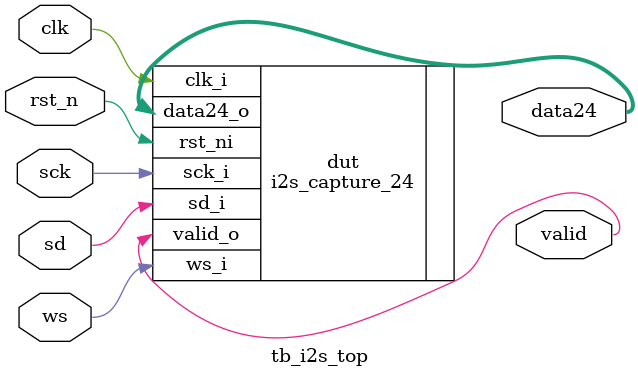
<source format=sv>
module tb_i2s_top (
    input  logic        clk,
    input  logic        rst_n,
    input  logic        sck,
    input  logic        ws,
    input  logic        sd,
    output logic [23:0] data24,
    output logic        valid
);

    i2s_capture_24 #(
        .CAPTURE_LEFT(1'b1)
    ) dut (
        .clk_i    (clk),
        .rst_ni   (rst_n),
        .sck_i    (sck),
        .ws_i     (ws),
        .sd_i     (sd),
        .data24_o (data24),
        .valid_o  (valid)
    );

endmodule

</source>
